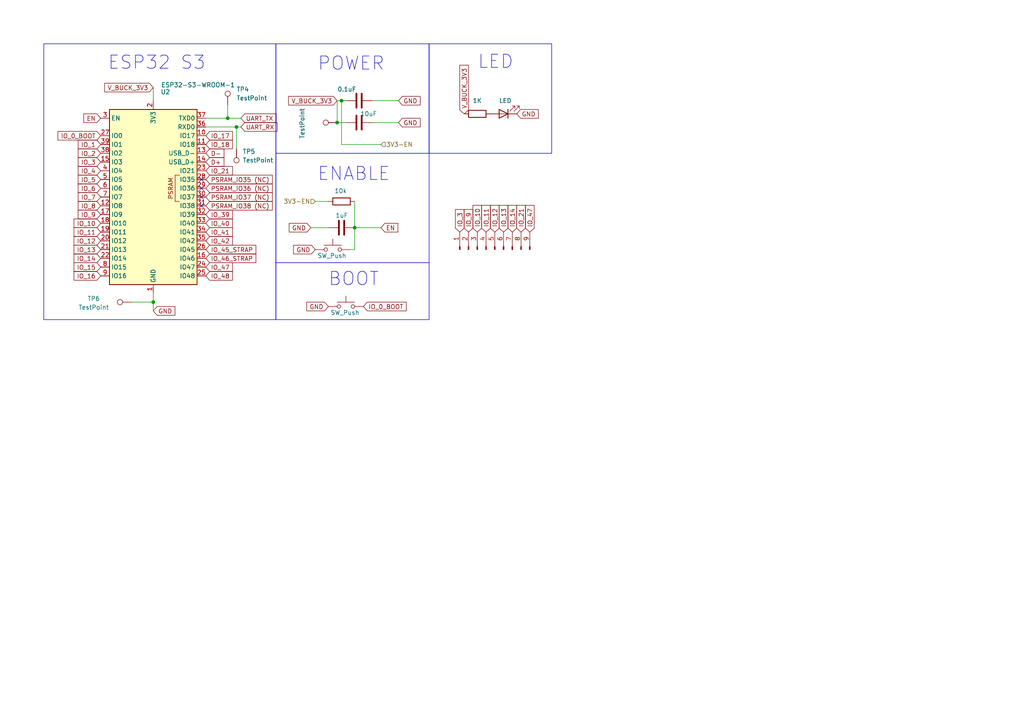
<source format=kicad_sch>
(kicad_sch (version 20250114) (generator "eeschema") (generator_version "9.0")
  (paper "A4")
  (lib_symbols
    (symbol "Connector:Conn_01x09_Pin" (pin_names (offset 1.016) (hide yes))
      (property "Reference" "J" (at 0 12.7 0))
      (property "Value" "Conn_01x09_Pin" (at 0 -12.7 0))
      (symbol "Conn_01x09_Pin_1_1"
        (rectangle (start 0.8636 10.287) (end 0 10.033) (stroke (width 0.1524)) (fill (type outline)))
        (rectangle (start 0.8636 7.747) (end 0 7.493) (stroke (width 0.1524)) (fill (type outline)))
        (rectangle (start 0.8636 5.207) (end 0 4.953) (stroke (width 0.1524)) (fill (type outline)))
        (rectangle (start 0.8636 2.667) (end 0 2.413) (stroke (width 0.1524)) (fill (type outline)))
        (rectangle (start 0.8636 0.127) (end 0 -0.127) (stroke (width 0.1524)) (fill (type outline)))
        (rectangle (start 0.8636 -2.413) (end 0 -2.667) (stroke (width 0.1524)) (fill (type outline)))
        (rectangle (start 0.8636 -4.953) (end 0 -5.207) (stroke (width 0.1524)) (fill (type outline)))
        (rectangle (start 0.8636 -7.493) (end 0 -7.747) (stroke (width 0.1524)) (fill (type outline)))
        (rectangle (start 0.8636 -10.033) (end 0 -10.287) (stroke (width 0.1524)) (fill (type outline)))
        (polyline (pts (xy 1.27 10.16) (xy 0.8636 10.16)) (stroke (width 0.1524)))
        (polyline (pts (xy 1.27 7.62) (xy 0.8636 7.62)) (stroke (width 0.1524)))
        (polyline (pts (xy 1.27 5.08) (xy 0.8636 5.08)) (stroke (width 0.1524)))
        (polyline (pts (xy 1.27 2.54) (xy 0.8636 2.54)) (stroke (width 0.1524)))
        (polyline (pts (xy 1.27 0) (xy 0.8636 0)) (stroke (width 0.1524)))
        (polyline (pts (xy 1.27 -2.54) (xy 0.8636 -2.54)) (stroke (width 0.1524)))
        (polyline (pts (xy 1.27 -5.08) (xy 0.8636 -5.08)) (stroke (width 0.1524)))
        (polyline (pts (xy 1.27 -7.62) (xy 0.8636 -7.62)) (stroke (width 0.1524)))
        (polyline (pts (xy 1.27 -10.16) (xy 0.8636 -10.16)) (stroke (width 0.1524)))
        (pin passive line (at 5.08 10.16 180) (length 3.81) (name "Pin_1") (number "1"))
        (pin passive line (at 5.08 7.62 180) (length 3.81) (name "Pin_2") (number "2"))
        (pin passive line (at 5.08 5.08 180) (length 3.81) (name "Pin_3") (number "3"))
        (pin passive line (at 5.08 2.54 180) (length 3.81) (name "Pin_4") (number "4"))
        (pin passive line (at 5.08 0 180) (length 3.81) (name "Pin_5") (number "5"))
        (pin passive line (at 5.08 -2.54 180) (length 3.81) (name "Pin_6") (number "6"))
        (pin passive line (at 5.08 -5.08 180) (length 3.81) (name "Pin_7") (number "7"))
        (pin passive line (at 5.08 -7.62 180) (length 3.81) (name "Pin_8") (number "8"))
        (pin passive line (at 5.08 -10.16 180) (length 3.81) (name "Pin_9") (number "9"))
      )
    )
    (symbol "Connector:TestPoint" (pin_numbers (hide yes)) (pin_names (offset 0.762) (hide yes))
      (property "Reference" "TP" (at 0 6.858 0))
      (property "Value" "TestPoint" (at 0 5.08 0))
      (symbol "TestPoint_0_1"
        (circle (center 0 3.302) (radius 0.762))
      )
      (symbol "TestPoint_1_1"
        (pin passive line (at 0 0 90) (length 2.54) (name "1") (number "1"))
      )
    )
    (symbol "Device:C" (pin_numbers (hide yes)) (pin_names (offset 0.254))
      (property "Reference" "C" (at 0.635 2.54 0))
      (property "Value" "C" (at 0.635 -2.54 0))
      (symbol "C_0_1"
        (polyline (pts (xy -2.032 0.762) (xy 2.032 0.762)) (stroke (width 0.508)))
        (polyline (pts (xy -2.032 -0.762) (xy 2.032 -0.762)) (stroke (width 0.508)))
      )
      (symbol "C_1_1"
        (pin passive line (at 0 3.81 270) (length 2.794) (name "~") (number "1"))
        (pin passive line (at 0 -3.81 90) (length 2.794) (name "~") (number "2"))
      )
    )
    (symbol "Device:LED" (pin_numbers (hide yes)) (pin_names (offset 1.016) (hide yes))
      (property "Reference" "D" (at 0 2.54 0))
      (property "Value" "LED" (at 0 -2.54 0))
      (symbol "LED_0_1"
        (polyline (pts (xy -3.048 -0.762) (xy -4.572 -2.286) (xy -3.81 -2.286) (xy -4.572 -2.286) (xy -4.572 -1.524)))
        (polyline (pts (xy -1.778 -0.762) (xy -3.302 -2.286) (xy -2.54 -2.286) (xy -3.302 -2.286) (xy -3.302 -1.524)))
        (polyline (pts (xy -1.27 0) (xy 1.27 0)))
        (polyline (pts (xy -1.27 -1.27) (xy -1.27 1.27)) (stroke (width 0.254)))
        (polyline (pts (xy 1.27 -1.27) (xy 1.27 1.27) (xy -1.27 0) (xy 1.27 -1.27)) (stroke (width 0.254)))
      )
      (symbol "LED_1_1"
        (pin passive line (at -3.81 0 0) (length 2.54) (name "K") (number "1"))
        (pin passive line (at 3.81 0 180) (length 2.54) (name "A") (number "2"))
      )
    )
    (symbol "Device:R" (pin_numbers (hide yes)) (pin_names (offset 0))
      (property "Reference" "R" (at 2.032 0 90))
      (property "Value" "R" (at 0 0 90))
      (symbol "R_0_1"
        (rectangle (start -1.016 -2.54) (end 1.016 2.54) (stroke (width 0.254)))
      )
      (symbol "R_1_1"
        (pin passive line (at 0 3.81 270) (length 1.27) (name "~") (number "1"))
        (pin passive line (at 0 -3.81 90) (length 1.27) (name "~") (number "2"))
      )
    )
    (symbol "RF_Module:ESP32-S3-WROOM-1"
      (property "Reference" "U" (at -12.7 26.67 0))
      (property "Value" "ESP32-S3-WROOM-1" (at 12.7 26.67 0))
      (symbol "ESP32-S3-WROOM-1_0_0"
        (rectangle (start -12.7 25.4) (end 12.7 -25.4) (stroke (width 0.254)) (fill (type background)))
        (text "PSRAM" (at 5.08 2.54 900) (effects (font (size 1.27 1.27))))
      )
      (symbol "ESP32-S3-WROOM-1_0_1"
        (polyline (pts (xy 7.62 -1.27) (xy 6.35 -1.27) (xy 6.35 6.35) (xy 7.62 6.35)))
      )
      (symbol "ESP32-S3-WROOM-1_1_1"
        (pin input line (at -15.24 22.86 0) (length 2.54) (name "EN") (number "3"))
        (pin bidirectional line (at -15.24 17.78 0) (length 2.54) (name "IO0") (number "27"))
        (pin bidirectional line (at -15.24 15.24 0) (length 2.54) (name "IO1") (number "39"))
        (pin bidirectional line (at -15.24 12.7 0) (length 2.54) (name "IO2") (number "38"))
        (pin bidirectional line (at -15.24 10.16 0) (length 2.54) (name "IO3") (number "15"))
        (pin bidirectional line (at -15.24 7.62 0) (length 2.54) (name "IO4") (number "4"))
        (pin bidirectional line (at -15.24 5.08 0) (length 2.54) (name "IO5") (number "5"))
        (pin bidirectional line (at -15.24 2.54 0) (length 2.54) (name "IO6") (number "6"))
        (pin bidirectional line (at -15.24 0 0) (length 2.54) (name "IO7") (number "7"))
        (pin bidirectional line (at -15.24 -2.54 0) (length 2.54) (name "IO8") (number "12"))
        (pin bidirectional line (at -15.24 -5.08 0) (length 2.54) (name "IO9") (number "17"))
        (pin bidirectional line (at -15.24 -7.62 0) (length 2.54) (name "IO10") (number "18"))
        (pin bidirectional line (at -15.24 -10.16 0) (length 2.54) (name "IO11") (number "19"))
        (pin bidirectional line (at -15.24 -12.7 0) (length 2.54) (name "IO12") (number "20"))
        (pin bidirectional line (at -15.24 -15.24 0) (length 2.54) (name "IO13") (number "21"))
        (pin bidirectional line (at -15.24 -17.78 0) (length 2.54) (name "IO14") (number "22"))
        (pin bidirectional line (at -15.24 -20.32 0) (length 2.54) (name "IO15") (number "8"))
        (pin bidirectional line (at -15.24 -22.86 0) (length 2.54) (name "IO16") (number "9"))
        (pin power_in line (at 0 27.94 270) (length 2.54) (name "3V3") (number "2"))
        (pin power_in line (at 0 -27.94 90) (length 2.54) (name "GND") (number "1"))
        (pin passive line (at 0 -27.94 90) (length 2.54) (hide yes) (name "GND") (number "40"))
        (pin passive line (at 0 -27.94 90) (length 2.54) (hide yes) (name "GND") (number "41"))
        (pin bidirectional line (at 15.24 22.86 180) (length 2.54) (name "TXD0") (number "37"))
        (pin bidirectional line (at 15.24 20.32 180) (length 2.54) (name "RXD0") (number "36"))
        (pin bidirectional line (at 15.24 17.78 180) (length 2.54) (name "IO17") (number "10"))
        (pin bidirectional line (at 15.24 15.24 180) (length 2.54) (name "IO18") (number "11"))
        (pin bidirectional line (at 15.24 12.7 180) (length 2.54) (name "USB_D-") (number "13"))
        (pin bidirectional line (at 15.24 10.16 180) (length 2.54) (name "USB_D+") (number "14"))
        (pin bidirectional line (at 15.24 7.62 180) (length 2.54) (name "IO21") (number "23"))
        (pin bidirectional line (at 15.24 5.08 180) (length 2.54) (name "IO35") (number "28"))
        (pin bidirectional line (at 15.24 2.54 180) (length 2.54) (name "IO36") (number "29"))
        (pin bidirectional line (at 15.24 0 180) (length 2.54) (name "IO37") (number "30"))
        (pin bidirectional line (at 15.24 -2.54 180) (length 2.54) (name "IO38") (number "31"))
        (pin bidirectional line (at 15.24 -5.08 180) (length 2.54) (name "IO39") (number "32"))
        (pin bidirectional line (at 15.24 -7.62 180) (length 2.54) (name "IO40") (number "33"))
        (pin bidirectional line (at 15.24 -10.16 180) (length 2.54) (name "IO41") (number "34"))
        (pin bidirectional line (at 15.24 -12.7 180) (length 2.54) (name "IO42") (number "35"))
        (pin bidirectional line (at 15.24 -15.24 180) (length 2.54) (name "IO45") (number "26"))
        (pin bidirectional line (at 15.24 -17.78 180) (length 2.54) (name "IO46") (number "16"))
        (pin bidirectional line (at 15.24 -20.32 180) (length 2.54) (name "IO47") (number "24"))
        (pin bidirectional line (at 15.24 -22.86 180) (length 2.54) (name "IO48") (number "25"))
      )
    )
    (symbol "Switch:SW_Push" (pin_numbers (hide yes)) (pin_names (offset 1.016) (hide yes))
      (property "Reference" "SW" (at 1.27 2.54 0))
      (property "Value" "SW_Push" (at 0 -1.524 0))
      (symbol "SW_Push_0_1"
        (circle (center -2.032 0) (radius 0.508))
        (polyline (pts (xy 0 1.27) (xy 0 3.048)))
        (circle (center 2.032 0) (radius 0.508))
        (polyline (pts (xy 2.54 1.27) (xy -2.54 1.27)))
        (pin passive line (at -5.08 0 0) (length 2.54) (name "1") (number "1"))
        (pin passive line (at 5.08 0 180) (length 2.54) (name "2") (number "2"))
      )
    )
  )
  (rectangle (start 80.01 76.2) (end 124.46 92.71))
  (rectangle (start 80.01 44.45) (end 124.46 76.2))
  (rectangle (start 80.01 12.7) (end 124.46 44.45))
  (rectangle (start 124.46 12.7) (end 160.02 44.45))
  (rectangle (start 12.7 12.7) (end 80.01 92.71))
  (text "ESP32 S3" (at 45.466 18.288 0) (effects (font (size 3.81 3.81))))
  (text "POWER" (at 101.854 18.542 0) (effects (font (size 3.81 3.81))))
  (text "ENABLE" (at 102.616 50.546 0) (effects (font (size 3.81 3.81))))
  (text "BOOT" (at 102.616 81.026 0) (effects (font (size 3.81 3.81))))
  (text "LED" (at 143.764 18.034 0) (effects (font (size 3.81 3.81))))
  (junction (at 68.58 36.83))
  (junction (at 66.04 34.29))
  (junction (at 99.06 29.21))
  (junction (at 97.79 35.56))
  (junction (at 102.87 66.04))
  (junction (at 44.45 87.63))
  (no_connect (at 58.42 57.15))
  (no_connect (at 58.42 52.07))
  (no_connect (at 58.42 59.69))
  (no_connect (at 58.42 54.61))
  (wire (pts (xy 99.06 29.21) (xy 97.79 29.21)))
  (wire (pts (xy 59.69 34.29) (xy 66.04 34.29)))
  (wire (pts (xy 107.95 29.21) (xy 115.57 29.21)))
  (wire (pts (xy 97.79 35.56) (xy 97.79 29.21)))
  (wire (pts (xy 66.04 30.48) (xy 66.04 34.29)))
  (wire (pts (xy 38.1 87.63) (xy 44.45 87.63)))
  (wire (pts (xy 44.45 25.4) (xy 44.45 29.21)))
  (wire (pts (xy 59.69 36.83) (xy 68.58 36.83)))
  (wire (pts (xy 95.25 58.42) (xy 91.44 58.42)))
  (wire (pts (xy 44.45 90.17) (xy 44.45 87.63)))
  (wire (pts (xy 68.58 36.83) (xy 69.85 36.83)))
  (wire (pts (xy 101.6 72.39) (xy 102.87 72.39)))
  (wire (pts (xy 100.33 35.56) (xy 97.79 35.56)))
  (wire (pts (xy 90.17 66.04) (xy 95.25 66.04)))
  (wire (pts (xy 107.95 35.56) (xy 115.57 35.56)))
  (wire (pts (xy 99.06 41.91) (xy 99.06 29.21)))
  (wire (pts (xy 68.58 36.83) (xy 68.58 43.18)))
  (wire (pts (xy 102.87 72.39) (xy 102.87 66.04)))
  (wire (pts (xy 44.45 87.63) (xy 44.45 85.09)))
  (wire (pts (xy 110.49 66.04) (xy 102.87 66.04)))
  (wire (pts (xy 100.33 29.21) (xy 99.06 29.21)))
  (wire (pts (xy 66.04 34.29) (xy 69.85 34.29)))
  (wire (pts (xy 102.87 58.42) (xy 102.87 66.04)))
  (wire (pts (xy 99.06 41.91) (xy 110.49 41.91)))
  (global_label "IO_18" (shape input) (at 59.69 41.91 0) (property "Intersheetrefs" "${INTERSHEET_REFS}" (effects (hide yes))))
  (global_label "IO_0_BOOT" (shape input) (at 29.21 39.37 180) (property "Intersheetrefs" "${INTERSHEET_REFS}" (effects (hide yes))))
  (global_label "D-" (shape input) (at 59.69 44.45 0) (property "Intersheetrefs" "${INTERSHEET_REFS}" (effects (hide yes))))
  (global_label "GND" (shape input) (at 115.57 29.21 0) (property "Intersheetrefs" "${INTERSHEET_REFS}" (effects (hide yes))))
  (global_label "IO_14" (shape input) (at 148.59 67.31 90) (property "Intersheetrefs" "${INTERSHEET_REFS}" (effects (hide yes))))
  (global_label "IO_10" (shape input) (at 138.43 67.31 90) (property "Intersheetrefs" "${INTERSHEET_REFS}" (effects (hide yes))))
  (global_label "IO_3" (shape input) (at 29.21 46.99 180) (property "Intersheetrefs" "${INTERSHEET_REFS}" (effects (hide yes))))
  (global_label "IO_3" (shape input) (at 133.35 67.31 90) (property "Intersheetrefs" "${INTERSHEET_REFS}" (effects (hide yes))))
  (global_label "GND" (shape input) (at 115.57 35.56 0) (property "Intersheetrefs" "${INTERSHEET_REFS}" (effects (hide yes))))
  (global_label "GND" (shape input) (at 95.25 88.9 180) (property "Intersheetrefs" "${INTERSHEET_REFS}" (effects (hide yes))))
  (global_label "IO_47" (shape input) (at 153.67 67.31 90) (property "Intersheetrefs" "${INTERSHEET_REFS}" (effects (hide yes))))
  (global_label "IO_4" (shape input) (at 29.21 49.53 180) (property "Intersheetrefs" "${INTERSHEET_REFS}" (effects (hide yes))))
  (global_label "UART_TX" (shape input) (at 69.85 34.29 0) (property "Intersheetrefs" "${INTERSHEET_REFS}" (effects (hide yes))))
  (global_label "IO_15" (shape input) (at 29.21 77.47 180) (property "Intersheetrefs" "${INTERSHEET_REFS}" (effects (hide yes))))
  (global_label "IO_7" (shape input) (at 29.21 57.15 180) (property "Intersheetrefs" "${INTERSHEET_REFS}" (effects (hide yes))))
  (global_label "IO_11" (shape input) (at 29.21 67.31 180) (property "Intersheetrefs" "${INTERSHEET_REFS}" (effects (hide yes))))
  (global_label "IO_42" (shape input) (at 59.69 69.85 0) (property "Intersheetrefs" "${INTERSHEET_REFS}" (effects (hide yes))))
  (global_label "IO_46_STRAP" (shape input) (at 59.69 74.93 0) (property "Intersheetrefs" "${INTERSHEET_REFS}" (effects (hide yes))))
  (global_label "IO_12" (shape input) (at 143.51 67.31 90) (property "Intersheetrefs" "${INTERSHEET_REFS}" (effects (hide yes))))
  (global_label "IO_40" (shape input) (at 59.69 64.77 0) (property "Intersheetrefs" "${INTERSHEET_REFS}" (effects (hide yes))))
  (global_label "IO_10" (shape input) (at 29.21 64.77 180) (property "Intersheetrefs" "${INTERSHEET_REFS}" (effects (hide yes))))
  (global_label "IO_21" (shape input) (at 151.13 67.31 90) (property "Intersheetrefs" "${INTERSHEET_REFS}" (effects (hide yes))))
  (global_label "GND" (shape input) (at 90.17 66.04 180) (property "Intersheetrefs" "${INTERSHEET_REFS}" (effects (hide yes))))
  (global_label "IO_2" (shape input) (at 29.21 44.45 180) (property "Intersheetrefs" "${INTERSHEET_REFS}" (effects (hide yes))))
  (global_label "IO_8" (shape input) (at 29.21 59.69 180) (property "Intersheetrefs" "${INTERSHEET_REFS}" (effects (hide yes))))
  (global_label "IO_47" (shape input) (at 59.69 77.47 0) (property "Intersheetrefs" "${INTERSHEET_REFS}" (effects (hide yes))))
  (global_label "IO_41" (shape input) (at 59.69 67.31 0) (property "Intersheetrefs" "${INTERSHEET_REFS}" (effects (hide yes))))
  (global_label "IO_0_BOOT" (shape input) (at 105.41 88.9 0) (property "Intersheetrefs" "${INTERSHEET_REFS}" (effects (hide yes))))
  (global_label "GND" (shape input) (at 91.44 72.39 180) (property "Intersheetrefs" "${INTERSHEET_REFS}" (effects (hide yes))))
  (global_label "IO_11" (shape input) (at 140.97 67.31 90) (property "Intersheetrefs" "${INTERSHEET_REFS}" (effects (hide yes))))
  (global_label "GND" (shape input) (at 149.86 33.02 0) (property "Intersheetrefs" "${INTERSHEET_REFS}" (effects (hide yes))))
  (global_label "V_BUCK_3V3" (shape input) (at 134.62 33.02 90) (property "Intersheetrefs" "${INTERSHEET_REFS}" (effects (hide yes))))
  (global_label "EN" (shape input) (at 110.49 66.04 0) (property "Intersheetrefs" "${INTERSHEET_REFS}" (effects (hide yes))))
  (global_label "IO_1" (shape input) (at 29.21 41.91 180) (property "Intersheetrefs" "${INTERSHEET_REFS}" (effects (hide yes))))
  (global_label "IO_17" (shape input) (at 59.69 39.37 0) (property "Intersheetrefs" "${INTERSHEET_REFS}" (effects (hide yes))))
  (global_label "IO_48" (shape input) (at 59.69 80.01 0) (property "Intersheetrefs" "${INTERSHEET_REFS}" (effects (hide yes))))
  (global_label "IO_6" (shape input) (at 29.21 54.61 180) (property "Intersheetrefs" "${INTERSHEET_REFS}" (effects (hide yes))))
  (global_label "D+" (shape input) (at 59.69 46.99 0) (property "Intersheetrefs" "${INTERSHEET_REFS}" (effects (hide yes))))
  (global_label "PSRAM_IO35 (NC)" (shape input) (at 59.69 52.07 0) (property "Intersheetrefs" "${INTERSHEET_REFS}" (effects (hide yes))))
  (global_label "IO_14" (shape input) (at 29.21 74.93 180) (property "Intersheetrefs" "${INTERSHEET_REFS}" (effects (hide yes))))
  (global_label "EN" (shape input) (at 29.21 34.29 180) (property "Intersheetrefs" "${INTERSHEET_REFS}" (effects (hide yes))))
  (global_label "PSRAM_IO38 (NC)" (shape input) (at 59.69 59.69 0) (property "Intersheetrefs" "${INTERSHEET_REFS}" (effects (hide yes))))
  (global_label "IO_9" (shape input) (at 135.89 67.31 90) (property "Intersheetrefs" "${INTERSHEET_REFS}" (effects (hide yes))))
  (global_label "GND" (shape input) (at 44.45 90.17 0) (property "Intersheetrefs" "${INTERSHEET_REFS}" (effects (hide yes))))
  (global_label "V_BUCK_3V3" (shape input) (at 97.79 29.21 180) (property "Intersheetrefs" "${INTERSHEET_REFS}" (effects (hide yes))))
  (global_label "UART_RX" (shape input) (at 69.85 36.83 0) (property "Intersheetrefs" "${INTERSHEET_REFS}" (effects (hide yes))))
  (global_label "IO_21" (shape input) (at 59.69 49.53 0) (property "Intersheetrefs" "${INTERSHEET_REFS}" (effects (hide yes))))
  (global_label "V_BUCK_3V3" (shape input) (at 44.45 25.4 180) (property "Intersheetrefs" "${INTERSHEET_REFS}" (effects (hide yes))))
  (global_label "IO_45_STRAP" (shape input) (at 59.69 72.39 0) (property "Intersheetrefs" "${INTERSHEET_REFS}" (effects (hide yes))))
  (global_label "PSRAM_IO36 (NC)" (shape input) (at 59.69 54.61 0) (property "Intersheetrefs" "${INTERSHEET_REFS}" (effects (hide yes))))
  (global_label "IO_12" (shape input) (at 29.21 69.85 180) (property "Intersheetrefs" "${INTERSHEET_REFS}" (effects (hide yes))))
  (global_label "IO_16" (shape input) (at 29.21 80.01 180) (property "Intersheetrefs" "${INTERSHEET_REFS}" (effects (hide yes))))
  (global_label "PSRAM_IO37 (NC)" (shape input) (at 59.69 57.15 0) (property "Intersheetrefs" "${INTERSHEET_REFS}" (effects (hide yes))))
  (global_label "IO_9" (shape input) (at 29.21 62.23 180) (property "Intersheetrefs" "${INTERSHEET_REFS}" (effects (hide yes))))
  (global_label "IO_39" (shape input) (at 59.69 62.23 0) (property "Intersheetrefs" "${INTERSHEET_REFS}" (effects (hide yes))))
  (global_label "IO_5" (shape input) (at 29.21 52.07 180) (property "Intersheetrefs" "${INTERSHEET_REFS}" (effects (hide yes))))
  (global_label "IO_13" (shape input) (at 29.21 72.39 180) (property "Intersheetrefs" "${INTERSHEET_REFS}" (effects (hide yes))))
  (global_label "IO_13" (shape input) (at 146.05 67.31 90) (property "Intersheetrefs" "${INTERSHEET_REFS}" (effects (hide yes))))
  (hierarchical_label "3V3-EN" (shape input) (at 91.44 58.42 180))
  (hierarchical_label "3V3-EN" (shape input) (at 110.49 41.91 0))
  (symbol (lib_id "Connector:TestPoint") (at 97.79 35.56 90) (unit 1)
    (property "Reference" "TP7" (effects (hide yes)))
    (property "Value" "TestPoint" (at 87.63 35.814 0))
    (property "Footprint" "TestPoint:TestPoint_Pad_1.0x1.0mm" (effects (hide yes)))
    (property "Description" "test point" (effects (hide yes)))
  )
  (symbol (lib_id "Connector:Conn_01x09_Pin") (at 143.51 72.39 90) (unit 1)
    (property "Reference" "J4" (effects (hide yes)))
    (property "Value" "Conn_01x09_Pin" (effects (hide yes)))
    (property "Footprint" "Connector_PinHeader_2.54mm:PinHeader_1x09_P2.54mm_Vertical" (effects (hide yes)))
    (property "Description" "Generic connector, single row, 01x09, script generated" (effects (hide yes)))
  )
  (symbol (lib_id "Device:C") (at 104.14 29.21 90) (unit 1)
    (property "Reference" "C11" (effects (hide yes)))
    (property "Value" "0.1uF" (at 100.584 25.908 90))
    (property "Footprint" "Capacitor_SMD:C_1206_3216Metric" (effects (hide yes)))
    (property "Description" "Unpolarized capacitor" (effects (hide yes)))
  )
  (symbol (lib_id "Device:LED") (at 146.05 33.02 180) (unit 1)
    (property "Reference" "D3" (effects (hide yes)))
    (property "Value" "LED" (at 146.558 29.21 0))
    (property "Footprint" "LED_SMD:LED_1206_3216Metric_Pad1.42x1.75mm_HandSolder" (effects (hide yes)))
    (property "Description" "Light emitting diode" (effects (hide yes)))
    (property "Sim.Pins" "1=K 2=A" (effects (hide yes)))
  )
  (symbol (lib_id "Switch:SW_Push") (at 96.52 72.39 0) (unit 1)
    (property "Reference" "SW1" (effects (hide yes)))
    (property "Value" "SW_Push" (at 96.266 74.168 0))
    (property "Footprint" "Button_Switch_THT:SW_PUSH_6mm" (effects (hide yes)))
    (property "Description" "Push button switch, generic, two pins" (effects (hide yes)))
  )
  (symbol (lib_id "Device:R") (at 99.06 58.42 90) (unit 1)
    (property "Reference" "R10" (effects (hide yes)))
    (property "Value" "10k" (at 98.806 55.372 90))
    (property "Footprint" "Resistor_SMD:R_1206_3216Metric" (effects (hide yes)))
    (property "Description" "Resistor" (effects (hide yes)))
  )
  (symbol (lib_id "Connector:TestPoint") (at 38.1 87.63 90) (unit 1)
    (property "Reference" "TP6" (at 27.178 86.614 90))
    (property "Value" "TestPoint" (at 27.178 89.154 90))
    (property "Footprint" "TestPoint:TestPoint_Pad_1.0x1.0mm" (effects (hide yes)))
    (property "Description" "test point" (effects (hide yes)))
  )
  (symbol (lib_id "Device:R") (at 138.43 33.02 90) (unit 1)
    (property "Reference" "R11" (effects (hide yes)))
    (property "Value" "1K" (at 138.43 29.21 90))
    (property "Footprint" "Resistor_SMD:R_1206_3216Metric" (effects (hide yes)))
    (property "Description" "Resistor" (effects (hide yes)))
  )
  (symbol (lib_id "Device:C") (at 99.06 66.04 270) (unit 1)
    (property "Reference" "C10" (effects (hide yes)))
    (property "Value" "1uF" (at 97.282 62.484 90) (effects (justify left)))
    (property "Footprint" "Capacitor_SMD:C_1206_3216Metric" (effects (hide yes)))
    (property "Description" "Unpolarized capacitor" (effects (hide yes)))
  )
  (symbol (lib_id "Connector:TestPoint") (at 66.04 30.48 0) (unit 1)
    (property "Reference" "TP4" (at 68.58 25.9079 0) (effects (justify left)))
    (property "Value" "TestPoint" (at 68.58 28.4479 0) (effects (justify left)))
    (property "Footprint" "TestPoint:TestPoint_Pad_1.0x1.0mm" (effects (hide yes)))
    (property "Description" "test point" (effects (hide yes)))
  )
  (symbol (lib_id "Switch:SW_Push") (at 100.33 88.9 0) (unit 1)
    (property "Reference" "SW2" (effects (hide yes)))
    (property "Value" "SW_Push" (at 100.076 90.678 0))
    (property "Footprint" "Button_Switch_THT:SW_PUSH_6mm" (effects (hide yes)))
    (property "Description" "Push button switch, generic, two pins" (effects (hide yes)))
  )
  (symbol (lib_id "RF_Module:ESP32-S3-WROOM-1") (at 44.45 57.15 0) (unit 1)
    (property "Reference" "U2" (at 46.5933 26.67 0) (effects (justify left)))
    (property "Value" "ESP32-S3-WROOM-1" (at 46.736 24.638 0) (effects (justify left)))
    (property "Footprint" "RF_Module:ESP32-S3-WROOM-1" (effects (hide yes)))
    (property "Datasheet" "https://www.espressif.com/sites/default/files/documentation/esp32-s3-wroom-1_wroom-1u_datasheet_en.pdf" (effects (hide yes)))
    (property "Description" "RF Module, ESP32-S3 SoC, Wi-Fi 802.11b/g/n, Bluetooth, BLE, 32-bit, 3.3V, onboard antenna, SMD" (effects (hide yes)))
  )
  (symbol (lib_id "Connector:TestPoint") (at 68.58 43.18 180) (unit 1)
    (property "Reference" "TP5" (at 70.358 43.942 0) (effects (justify right)))
    (property "Value" "TestPoint" (at 70.358 46.482 0) (effects (justify right)))
    (property "Footprint" "TestPoint:TestPoint_Pad_1.0x1.0mm" (effects (hide yes)))
    (property "Description" "test point" (effects (hide yes)))
  )
  (symbol (lib_id "Device:C") (at 104.14 35.56 90) (unit 1)
    (property "Reference" "C9" (effects (hide yes)))
    (property "Value" "10uF" (at 106.934 33.02 90))
    (property "Footprint" "Capacitor_SMD:C_1206_3216Metric" (effects (hide yes)))
    (property "Description" "Unpolarized capacitor" (effects (hide yes)))
  )
)
</source>
